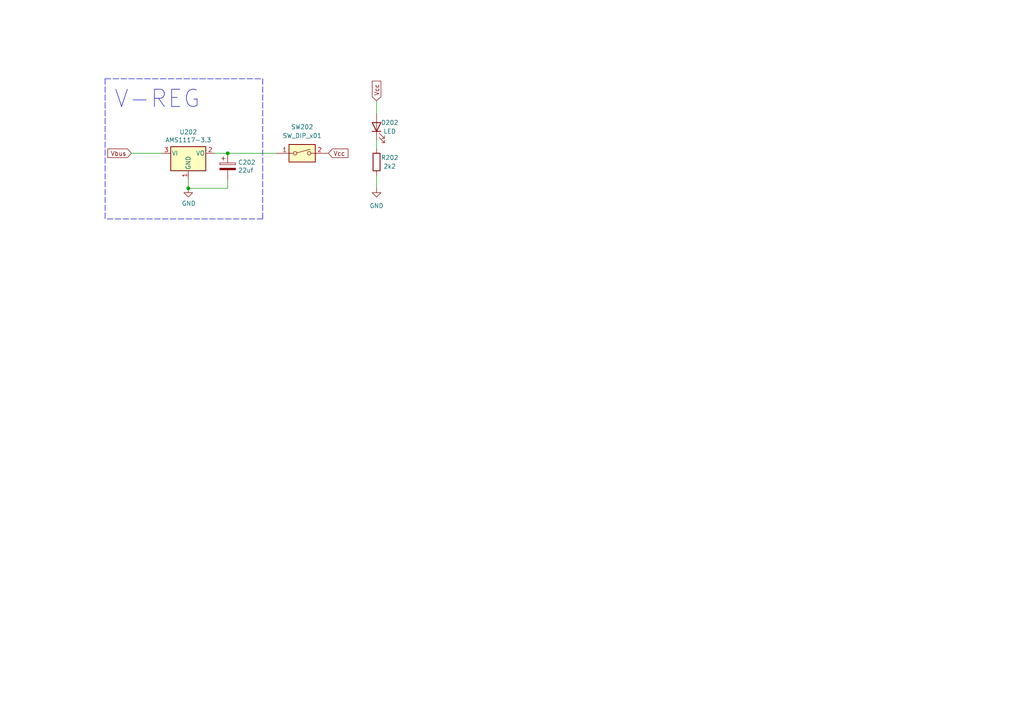
<source format=kicad_sch>
(kicad_sch (version 20211123) (generator eeschema)
  (paper "A4")
  (lib_symbols
    (symbol "Device:CP" (pin_numbers hide) (pin_names (offset 0.254))
      (property "Reference" "C" (at 0.635 2.54 0))
      (property "Value" "Device_CP" (at 0.635 -2.54 0))
      (symbol "CP_0_1"
        (rectangle (start -2.286 0.508) (end 2.286 1.016))
        (polyline (pts (xy -1.778 2.286) (xy -0.762 2.286)))
        (polyline (pts (xy -1.27 2.794) (xy -1.27 1.778)))
        (rectangle (start 2.286 -0.508) (end -2.286 -1.016) (fill (type outline)))
      )
      (symbol "CP_1_1"
        (pin passive line (at 0 3.81 270) (length 2.794) (name "~") (number "1"))
        (pin passive line (at 0 -3.81 90) (length 2.794) (name "~") (number "2"))
      )
    )
    (symbol "Device:LED" (pin_numbers hide) (pin_names (offset 1.016) hide)
      (property "Reference" "D" (at 0 2.54 0))
      (property "Value" "LED" (at 0 -2.54 0))
      (symbol "LED_0_1"
        (polyline (pts (xy -1.27 -1.27) (xy -1.27 1.27)) (stroke (width 0.254)))
        (polyline (pts (xy -1.27 0) (xy 1.27 0)))
        (polyline (pts (xy 1.27 -1.27) (xy 1.27 1.27) (xy -1.27 0) (xy 1.27 -1.27)) (stroke (width 0.254)))
        (polyline (pts (xy -3.048 -0.762) (xy -4.572 -2.286) (xy -3.81 -2.286) (xy -4.572 -2.286) (xy -4.572 -1.524)))
        (polyline (pts (xy -1.778 -0.762) (xy -3.302 -2.286) (xy -2.54 -2.286) (xy -3.302 -2.286) (xy -3.302 -1.524)))
      )
      (symbol "LED_1_1"
        (pin passive line (at -3.81 0 0) (length 2.54) (name "K") (number "1"))
        (pin passive line (at 3.81 0 180) (length 2.54) (name "A") (number "2"))
      )
    )
    (symbol "Device:R" (pin_numbers hide) (pin_names (offset 0))
      (property "Reference" "R" (at 2.032 0 90))
      (property "Value" "R" (at 0 0 90))
      (symbol "R_0_1"
        (rectangle (start -1.016 -2.54) (end 1.016 2.54) (stroke (width 0.254)))
      )
      (symbol "R_1_1"
        (pin passive line (at 0 3.81 270) (length 1.27) (name "~") (number "1"))
        (pin passive line (at 0 -3.81 90) (length 1.27) (name "~") (number "2"))
      )
    )
    (symbol "Regulator_Linear:AMS1117-3.3" (pin_names (offset 0.254))
      (property "Reference" "U" (at -3.81 3.175 0))
      (property "Value" "AMS1117-3.3" (at 0 3.175 0))
      (symbol "AMS1117-3.3_0_1"
        (rectangle (start -5.08 -5.08) (end 5.08 1.905) (stroke (width 0.254)) (fill (type background)))
      )
      (symbol "AMS1117-3.3_1_1"
        (pin power_in line (at 0 -7.62 90) (length 2.54) (name "GND") (number "1"))
        (pin power_out line (at 7.62 0 180) (length 2.54) (name "VO") (number "2"))
        (pin power_in line (at -7.62 0 0) (length 2.54) (name "VI") (number "3"))
      )
    )
    (symbol "Switch:SW_DIP_x01" (pin_names (offset 0) hide)
      (property "Reference" "SW" (at 0 3.81 0))
      (property "Value" "SW_DIP_x01" (at 0 -3.81 0))
      (symbol "SW_DIP_x01_0_0"
        (circle (center -2.032 0) (radius 0.508))
        (polyline (pts (xy -1.524 0.127) (xy 2.3622 1.1684)))
        (circle (center 2.032 0) (radius 0.508))
      )
      (symbol "SW_DIP_x01_0_1"
        (rectangle (start -3.81 2.54) (end 3.81 -2.54) (stroke (width 0.254)) (fill (type background)))
      )
      (symbol "SW_DIP_x01_1_1"
        (pin passive line (at -7.62 0 0) (length 5.08) (name "~") (number "1"))
        (pin passive line (at 7.62 0 180) (length 5.08) (name "~") (number "2"))
      )
    )
    (symbol "power:GND" (power) (pin_names (offset 0))
      (property "Value" "GND" (at 0 -3.81 0))
      (symbol "GND_0_1"
        (polyline (pts (xy 0 0) (xy 0 -1.27) (xy 1.27 -1.27) (xy 0 -2.54) (xy -1.27 -1.27) (xy 0 -1.27)))
      )
      (symbol "GND_1_1"
        (pin power_in line (at 0 0 270) (length 0) hide (name "GND") (number "1"))
      )
    )
  )
  (junction (at 54.61 54.61))
  (junction (at 66.04 44.45))
  (polyline (pts (xy 76.2 22.86) (xy 76.2 63.5)))
  (wire (pts (xy 109.22 29.21) (xy 109.22 33.02)))
  (wire (pts (xy 66.04 52.07) (xy 66.04 54.61)))
  (polyline (pts (xy 76.2 63.5) (xy 30.48 63.5)))
  (wire (pts (xy 66.04 54.61) (xy 54.61 54.61)))
  (wire (pts (xy 54.61 54.61) (xy 54.61 52.07)))
  (wire (pts (xy 109.22 43.18) (xy 109.22 40.64)))
  (wire (pts (xy 109.22 50.8) (xy 109.22 54.61)))
  (wire (pts (xy 66.04 44.45) (xy 80.01 44.45)))
  (wire (pts (xy 62.23 44.45) (xy 66.04 44.45)))
  (polyline (pts (xy 30.48 22.86) (xy 30.48 63.5)))
  (wire (pts (xy 38.1 44.45) (xy 46.99 44.45)))
  (polyline (pts (xy 30.48 22.86) (xy 76.2 22.86)))
  (text "V-REG" (at 33.02 31.75 0) (effects (font (size 5 5)) (justify left bottom)))
  (global_label "Vcc" (shape input) (at 109.22 29.21 90) (property "Intersheet References" "${INTERSHEET_REFS}" (effects hide)))
  (global_label "Vcc" (shape input) (at 95.25 44.45 0) (property "Intersheet References" "${INTERSHEET_REFS}" (effects hide)))
  (global_label "Vbus" (shape input) (at 38.1 44.45 180) (property "Intersheet References" "${INTERSHEET_REFS}" (effects hide)))
  (symbol (lib_id "power:GND") (at 54.61 54.61 0) (unit 1)
    (property "Reference" "#PWR0202" (effects hide))
    (property "Value" "GND" (at 54.737 59.0042 0))
  )
  (symbol (lib_id "Device:CP") (at 66.04 48.26 0) (unit 1)
    (property "Reference" "C202" (at 69.0372 47.0916 0) (effects (justify left)))
    (property "Value" "22uf" (at 69.0372 49.403 0) (effects (justify left)))
    (property "Footprint" "Capacitor_Tantalum_SMD:CP_EIA-6032-28_Kemet-C_Pad2.25x2.35mm_HandSolder" (effects hide))
    (property "Datasheet" "http://datasheets.avx.com/TAJ.pdf" (effects hide))
    (property "P/N" "TAJB226M010RNJ" (effects hide))
  )
  (symbol (lib_id "power:GND") (at 109.22 54.61 0) (unit 1)
    (property "Reference" "#PWR0203" (effects hide))
    (property "Value" "GND" (at 109.22 59.69 0))
  )
  (symbol (lib_id "Switch:SW_DIP_x01") (at 87.63 44.45 0) (unit 1)
    (property "Reference" "SW202" (at 87.63 36.83 0))
    (property "Value" "SW_DIP_x01" (at 87.63 39.37 0))
    (property "Footprint" "tinker:SW_DIP_SPSTx01_Slide_6.7x4.1mm_W7.62mm_P2.54mm_LowProfile" (effects hide))
  )
  (symbol (lib_id "Regulator_Linear:AMS1117-3.3") (at 54.61 44.45 0) (unit 1)
    (property "Reference" "U202" (at 54.61 38.3032 0))
    (property "Value" "AMS1117-3.3" (at 54.61 40.6146 0))
    (property "Footprint" "Package_TO_SOT_SMD:SOT-223-3_TabPin2" (effects hide))
    (property "Datasheet" "http://www.advanced-monolithic.com/pdf/ds1117.pdf" (effects hide))
  )
  (symbol (lib_id "Device:R") (at 109.22 46.99 0) (unit 1)
    (property "Reference" "R202" (at 113.03 45.72 0))
    (property "Value" "2k2" (at 113.03 48.26 0))
    (property "Footprint" "Resistor_SMD:R_0603_1608Metric" (effects hide))
  )
  (symbol (lib_id "Device:LED") (at 109.22 36.83 90) (unit 1)
    (property "Reference" "D202" (at 113.03 35.56 90))
    (property "Value" "LED" (at 113.03 38.1 90))
    (property "Footprint" "LED_SMD:LED_0603_1608Metric" (effects hide))
  )
)
</source>
